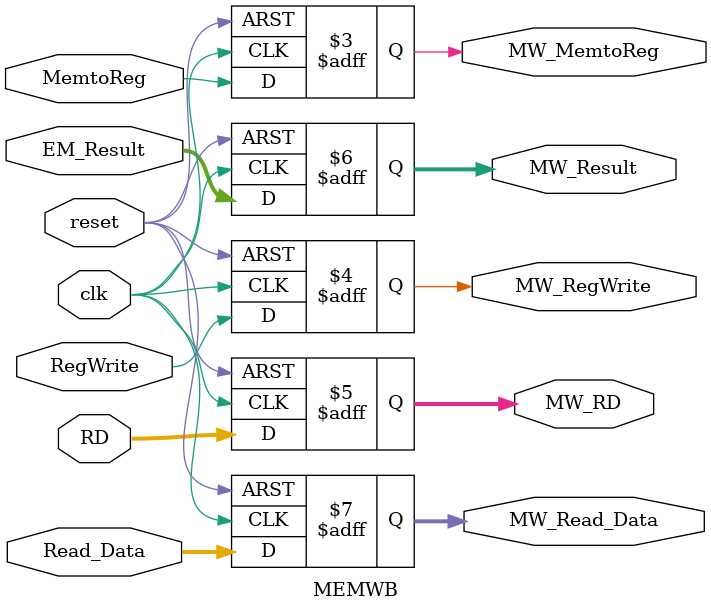
<source format=v>
`timescale 1ns / 1ps
module MEMWB(
    input clk, reset,
    input MemtoReg, RegWrite,
    input [4:0] RD,
    input [63:0] EM_Result, Read_Data,
    output reg MW_MemtoReg, MW_RegWrite,
    output reg [4:0] MW_RD, 
    output reg [63:0] MW_Result, MW_Read_Data
);
always @(posedge clk or posedge reset) begin
    if (reset == 1'b1) begin
        MW_MemtoReg = 0; MW_RegWrite = 0; MW_RD = 0;
        MW_Result = 0; MW_Read_Data = 0;
    end
    else begin
        MW_MemtoReg = MemtoReg; MW_RegWrite = RegWrite; MW_RD = RD;
        MW_Result = EM_Result; MW_Read_Data = Read_Data;
    end 
end
endmodule
</source>
